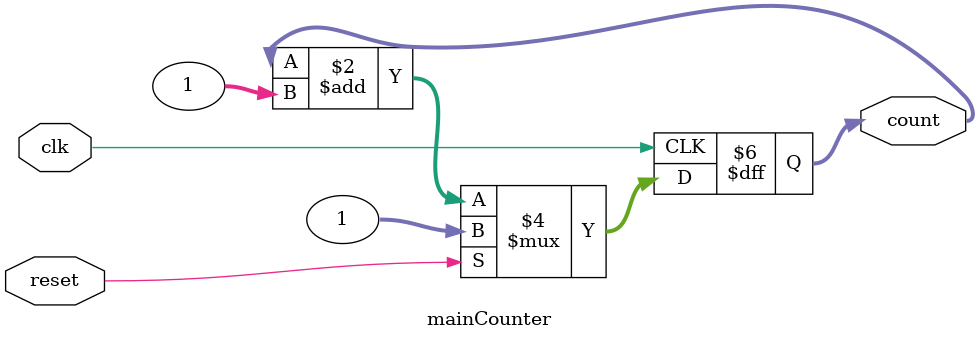
<source format=sv>
`timescale 1ns / 1ps

(* dont_touch = "yes" *)
module mainCounter (clk,reset,count);
    input clk,reset;
    output reg [31:0] count;

    always@(posedge clk) 
        begin
            if(reset)   count <= 1;
            else        count <= count + 1;
        end
endmodule 
</source>
